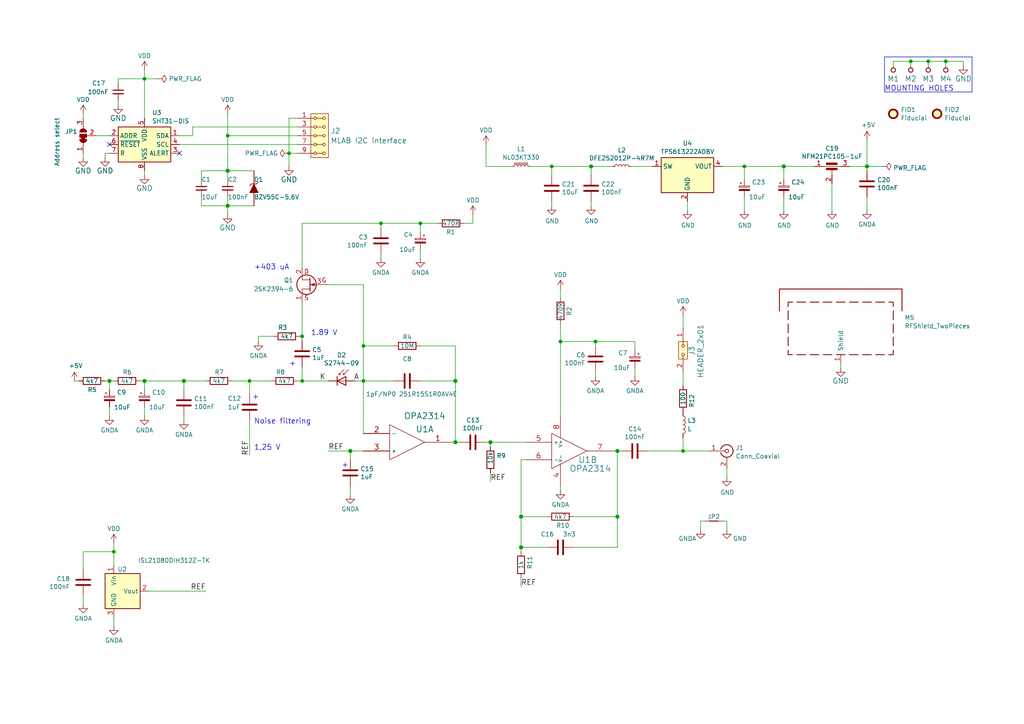
<source format=kicad_sch>
(kicad_sch (version 20230121) (generator eeschema)
  (paper "A4")
  (title_block (title "PIND02A") (date "%d. %m. %Y") (rev "A") (company "kaklik@mlab.cz") (comment 1 "PIN diode semiconductor radiation \\ndetector analogue front-end. "))
  (lib_symbols
    (symbol "AD8692_1"
      (property "Reference" "U1" (at 8.89 -2.54 0))
      (property "Value" "AD8692_1" (at 8.89 -5.08 0))
      (symbol "AD8692_1_1_1"
        (pin output line (at 12.7 0 180) (length 7.62) (name "~") (number "1"))
        (pin input line (at -12.7 -2.54 0) (length 7.62) (name "-") (number "2"))
        (pin input line (at -12.7 2.54 0) (length 7.62) (name "+") (number "3"))
      )
      (symbol "AD8692_1_2_1"
        (pin power_in line (at -2.54 -10.16 90) (length 6.35) (name "V-") (number "4"))
        (pin input line (at -12.7 2.54 0) (length 7.62) (name "+") (number "5"))
        (pin input line (at -12.7 -2.54 0) (length 7.62) (name "-") (number "6"))
        (pin output line (at 12.7 0 180) (length 7.62) (name "~") (number "7"))
        (pin power_in line (at -2.54 10.16 270) (length 6.35) (name "V+") (number "8"))
      )
    )
    (symbol "Connector:Conn_Coaxial" (pin_names (offset 1.016) hide)
      (property "Reference" "J" (at 0.254 3.048 0))
      (property "Value" "Conn_Coaxial" (at 2.921 0 90))
      (symbol "Conn_Coaxial_1_1"
        (pin passive line (at -5.08 0 0) (length 2.54) (name "In") (number "1"))
        (pin passive line (at 0 -5.08 90) (length 2.54) (name "Ext") (number "2"))
      )
    )
    (symbol "Device:C" (pin_numbers hide) (pin_names (offset 0.254))
      (property "Reference" "C" (at 0.635 2.54 0))
      (property "Value" "C" (at 0.635 -2.54 0))
      (symbol "C_1_1"
        (pin passive line (at 0 3.81 270) (length 2.794) (name "~") (number "1"))
        (pin passive line (at 0 -3.81 90) (length 2.794) (name "~") (number "2"))
      )
    )
    (symbol "Device:C_Polarized_Small" (pin_numbers hide) (pin_names (offset 0.254) hide)
      (property "Reference" "C" (at 0.254 1.778 0))
      (property "Value" "C_Polarized_Small" (at 0.254 -2.032 0))
      (symbol "C_Polarized_Small_1_1"
        (pin passive line (at 0 2.54 270) (length 1.8542) (name "~") (number "1"))
        (pin passive line (at 0 -2.54 90) (length 1.8542) (name "~") (number "2"))
      )
    )
    (symbol "Device:D_Photo" (pin_numbers hide) (pin_names hide)
      (property "Reference" "D" (at 0.508 1.778 0))
      (property "Value" "D_Photo" (at -1.016 -2.794 0))
      (symbol "D_Photo_1_1"
        (pin passive line (at -5.08 0 0) (length 2.54) (name "K") (number "1"))
        (pin passive line (at 2.54 0 180) (length 2.54) (name "A") (number "2"))
      )
    )
    (symbol "Device:L" (pin_numbers hide) (pin_names (offset 1.016) hide)
      (property "Reference" "L" (at -1.27 0 90))
      (property "Value" "L" (at 1.905 0 90))
      (symbol "L_1_1"
        (pin passive line (at 0 3.81 270) (length 1.27) (name "1") (number "1"))
        (pin passive line (at 0 -3.81 90) (length 1.27) (name "2") (number "2"))
      )
    )
    (symbol "Device:L_Ferrite_Small" (pin_numbers hide) (pin_names (offset 0.254) hide)
      (property "Reference" "L" (at 1.27 1.016 0))
      (property "Value" "L_Ferrite_Small" (at 1.27 -1.27 0))
      (symbol "L_Ferrite_Small_1_1"
        (pin passive line (at 0 2.54 270) (length 0.508) (name "~") (number "1"))
        (pin passive line (at 0 -2.54 90) (length 0.508) (name "~") (number "2"))
      )
    )
    (symbol "Device:L_Small" (pin_numbers hide) (pin_names (offset 0.254) hide)
      (property "Reference" "L" (at 0.762 1.016 0))
      (property "Value" "L_Small" (at 0.762 -1.016 0))
      (symbol "L_Small_1_1"
        (pin passive line (at 0 2.54 270) (length 0.508) (name "~") (number "1"))
        (pin passive line (at 0 -2.54 90) (length 0.508) (name "~") (number "2"))
      )
    )
    (symbol "Device:NetTie_2" (pin_numbers hide) (pin_names (offset 0) hide) (in_bom no)
      (property "Reference" "NT" (at 0 1.27 0))
      (property "Value" "NetTie_2" (at 0 -1.27 0))
      (symbol "NetTie_2_1_1"
        (pin passive line (at -2.54 0 0) (length 2.54) (name "1") (number "1"))
        (pin passive line (at 2.54 0 180) (length 2.54) (name "2") (number "2"))
      )
    )
    (symbol "Device:R" (pin_numbers hide) (pin_names (offset 0))
      (property "Reference" "R" (at 2.032 0 90))
      (property "Value" "R" (at 0 0 90))
      (symbol "R_1_1"
        (pin passive line (at 0 3.81 270) (length 1.27) (name "~") (number "1"))
        (pin passive line (at 0 -3.81 90) (length 1.27) (name "~") (number "2"))
      )
    )
    (symbol "Device:RFShield_TwoPieces" (pin_names (offset 1.016))
      (property "Reference" "J" (at 0 5.08 0))
      (property "Value" "RFShield_TwoPieces" (at 0 2.54 0))
      (symbol "RFShield_TwoPieces_1_1"
        (pin passive line (at 0 -10.16 90) (length 2.54) (name "Shield") (number "1"))
      )
    )
    (symbol "ISM02A-rescue:C_Small-Device-ISM02A-rescue" (pin_numbers hide) (pin_names (offset 0.254) hide)
      (property "Reference" "C" (at 0.254 1.778 0))
      (property "Value" "C_Small-Device-ISM02A-rescue" (at 0.254 -2.032 0))
      (symbol "C_Small-Device-ISM02A-rescue_1_1"
        (pin passive line (at 0 2.54 270) (length 2.032) (name "~") (number "1"))
        (pin passive line (at 0 -2.54 90) (length 2.032) (name "~") (number "2"))
      )
    )
    (symbol "ISM02A-rescue:D_ZENER-MLAB_D" (pin_numbers hide) (pin_names (offset 1.016) hide)
      (property "Reference" "D" (at 0 2.54 0))
      (property "Value" "D_ZENER-MLAB_D" (at 0 -2.54 0))
      (symbol "D_ZENER-MLAB_D_1_1"
        (pin passive line (at -5.08 0 0) (length 3.81) (name "K") (number "1"))
        (pin passive line (at 5.08 0 180) (length 3.81) (name "A") (number "2"))
      )
    )
    (symbol "Jumper:SolderJumper_3_Bridged12" (pin_names (offset 0) hide)
      (property "Reference" "JP" (at -2.54 -2.54 0))
      (property "Value" "SolderJumper_3_Bridged12" (at 0 2.794 0))
      (symbol "SolderJumper_3_Bridged12_1_1"
        (pin passive line (at -5.08 0 0) (length 2.54) (name "A") (number "1"))
        (pin passive line (at 0 -3.81 90) (length 2.54) (name "C") (number "2"))
        (pin passive line (at 5.08 0 180) (length 2.54) (name "B") (number "3"))
      )
    )
    (symbol "MLAB_HEADER:HEADER_2x01" (pin_names (offset 1.016))
      (property "Reference" "J" (at 0 -2.54 0))
      (property "Value" "HEADER_2x01" (at 0 2.54 0))
      (symbol "HEADER_2x01_1_1"
        (pin input line (at -6.35 0 0) (length 3.81) (name "~") (number "1"))
        (pin input line (at 6.35 0 180) (length 3.81) (name "~") (number "2"))
      )
    )
    (symbol "MLAB_HEADER:HEADER_2x05_PARALLEL" (pin_names (offset 1.016))
      (property "Reference" "J" (at 0 -7.62 0))
      (property "Value" "HEADER_2x05_PARALLEL" (at 0 7.62 0))
      (symbol "HEADER_2x05_PARALLEL_1_1"
        (pin input line (at -6.35 5.08 0) (length 3.81) (name "~") (number "1"))
        (pin input line (at -6.35 -5.08 0) (length 3.81) hide (name "~") (number "10"))
        (pin input line (at -6.35 5.08 0) (length 3.81) hide (name "~") (number "2"))
        (pin input line (at -6.35 2.54 0) (length 3.81) (name "~") (number "3"))
        (pin input line (at -6.35 2.54 0) (length 3.81) hide (name "~") (number "4"))
        (pin input line (at -6.35 0 0) (length 3.81) (name "~") (number "5"))
        (pin input line (at -6.35 0 0) (length 3.81) hide (name "~") (number "6"))
        (pin input line (at -6.35 -2.54 0) (length 3.81) (name "~") (number "7"))
        (pin input line (at -6.35 -2.54 0) (length 3.81) hide (name "~") (number "8"))
        (pin input line (at -6.35 -5.08 0) (length 3.81) (name "~") (number "9"))
      )
    )
    (symbol "MLAB_IO:AD8692"
      (property "Reference" "U1" (at 8.89 -2.54 0))
      (property "Value" "AD8692" (at 8.89 -5.08 0))
      (symbol "AD8692_1_1"
        (pin output line (at 12.7 0 180) (length 7.62) (name "~") (number "1"))
        (pin input line (at -12.7 -2.54 0) (length 7.62) (name "-") (number "2"))
        (pin input line (at -12.7 2.54 0) (length 7.62) (name "+") (number "3"))
      )
      (symbol "AD8692_2_1"
        (pin power_in line (at -2.54 -10.16 90) (length 6.35) (name "V-") (number "4"))
        (pin input line (at -12.7 2.54 0) (length 7.62) (name "+") (number "5"))
        (pin input line (at -12.7 -2.54 0) (length 7.62) (name "-") (number "6"))
        (pin output line (at 12.7 0 180) (length 7.62) (name "~") (number "7"))
        (pin power_in line (at -2.54 10.16 270) (length 6.35) (name "V+") (number "8"))
      )
    )
    (symbol "MLAB_T:Q_NJFET_SDG" (pin_names (offset 0) hide)
      (property "Reference" "Q?" (at 5.08 1.2701 0))
      (property "Value" "Q_NJFET_SDG" (at 5.08 -1.2699 0))
      (symbol "Q_NJFET_SDG_0_0"
        (text "D" (at 1.27 3.81 0) (effects (font (size 1.27 1.27))))
        (text "G" (at -3.81 1.27 0) (effects (font (size 1.27 1.27))))
        (text "S" (at 1.27 -3.81 0) (effects (font (size 1.27 1.27))))
      )
      (symbol "Q_NJFET_SDG_1_1"
        (pin passive line (at 2.54 -5.08 90) (length 2.54) (name "S") (number "1"))
        (pin passive line (at 2.54 5.08 270) (length 2.54) (name "D") (number "2"))
        (pin input line (at -5.08 0 0) (length 5.334) (name "G") (number "3"))
      )
    )
    (symbol "Mechanical:Fiducial"
      (property "Reference" "FID" (at 0 5.08 0))
      (property "Value" "Fiducial" (at 0 3.175 0))
    )
    (symbol "Reference_Voltage:ISL21070CIH320Z-TK"
      (property "Reference" "U" (at -0.635 8.255 0))
      (property "Value" "ISL21070CIH320Z-TK" (at -1.905 6.35 0))
      (symbol "ISL21070CIH320Z-TK_1_1"
        (pin power_in line (at -2.54 7.62 270) (length 2.54) (name "Vin") (number "1"))
        (pin power_out line (at 7.62 0 180) (length 2.54) (name "Vout") (number "2"))
        (pin power_in line (at -2.54 -7.62 90) (length 2.54) (name "GND") (number "3"))
      )
    )
    (symbol "Regulator_Switching:TPS613222ADBV"
      (property "Reference" "U" (at -7.62 6.35 0))
      (property "Value" "TPS613222ADBV" (at 2.54 6.35 0))
      (symbol "TPS613222ADBV_1_1"
        (pin power_in line (at -10.16 2.54 0) (length 2.54) (name "SW") (number "1"))
        (pin power_in line (at 0 -7.62 90) (length 2.54) (name "GND") (number "2"))
        (pin no_connect line (at -7.62 -2.54 0) (length 2.54) hide (name "NC") (number "3"))
        (pin power_out line (at 10.16 2.54 180) (length 2.54) (name "VOUT") (number "4"))
        (pin no_connect line (at 7.62 -2.54 180) (length 2.54) hide (name "NC") (number "5"))
      )
    )
    (symbol "SPACEDOS01A_PCB01A-rescue:C-device-DATALOGGER01A-rescue-CCP2019V01A-rescue" (pin_numbers hide) (pin_names (offset 0.254))
      (property "Reference" "C" (at 0.635 2.54 0))
      (property "Value" "C-device-DATALOGGER01A-rescue-CCP2019V01A-rescue" (at 0.635 -2.54 0))
      (symbol "C-device-DATALOGGER01A-rescue-CCP2019V01A-rescue_1_1"
        (pin passive line (at 0 3.81 270) (length 2.794) (name "~") (number "1"))
        (pin passive line (at 0 -3.81 90) (length 2.794) (name "~") (number "2"))
      )
    )
    (symbol "SPACEDOS01A_PCB01A-rescue:EMI_Filter_C-device-DATALOGGER01A-rescue-CCP2019V01A-rescue" (pin_names (offset 0.254) hide)
      (property "Reference" "C" (at 0 7.62 0))
      (property "Value" "EMI_Filter_C-device-DATALOGGER01A-rescue-CCP2019V01A-rescue" (at 0 5.715 0))
      (symbol "EMI_Filter_C-device-DATALOGGER01A-rescue-CCP2019V01A-rescue_1_1"
        (pin passive line (at -5.08 2.54 0) (length 2.54) (name "1") (number "1"))
        (pin passive line (at 0 -2.54 90) (length 2.54) (name "2") (number "2"))
        (pin passive line (at 5.08 2.54 180) (length 2.54) (name "3") (number "3"))
      )
    )
    (symbol "Sensor_Humidity:SHT31-DIS"
      (property "Reference" "U" (at -6.35 6.35 0))
      (property "Value" "SHT31-DIS" (at 6.35 6.35 0))
      (symbol "SHT31-DIS_1_1"
        (pin bidirectional line (at 10.16 2.54 180) (length 2.54) (name "SDA") (number "1"))
        (pin input line (at -10.16 2.54 0) (length 2.54) (name "ADDR") (number "2"))
        (pin output line (at 10.16 -2.54 180) (length 2.54) (name "ALERT") (number "3"))
        (pin input line (at 10.16 0 180) (length 2.54) (name "SCL") (number "4"))
        (pin power_in line (at 0 7.62 270) (length 2.54) (name "VDD") (number "5"))
        (pin input line (at -10.16 0 0) (length 2.54) (name "~{RESET}") (number "6"))
        (pin passive line (at -10.16 -2.54 0) (length 2.54) (name "R") (number "7"))
        (pin power_in line (at 0 -7.62 90) (length 2.54) (name "VSS") (number "8"))
        (pin passive line (at 0 -7.62 90) (length 2.54) hide (name "VSS") (number "9"))
      )
    )
    (symbol "mlab-default-rescue:GND" (power) (pin_names (offset 0))
      (property "Value" "GND" (at 0 -3.81 0))
      (symbol "GND_1_1"
        (pin power_in line (at 0 0 270) (length 0) hide (name "GND") (number "1"))
      )
    )
    (symbol "mlab-default-rescue:HOLE" (pin_numbers hide) (pin_names (offset 1.016) hide)
      (property "Reference" "M" (at 0 2.54 0))
      (property "Value" "HOLE" (at 0 -2.54 0))
      (symbol "HOLE_1_1"
        (pin input line (at 1.27 0 180) (length 0.635) (name "~") (number "1"))
      )
    )
    (symbol "power:+5V" (power) (pin_names (offset 0))
      (property "Value" "+5V" (at 0 3.556 0))
      (symbol "+5V_1_1"
        (pin power_in line (at 0 0 90) (length 0) hide (name "+5V") (number "1"))
      )
    )
    (symbol "power:GND" (power) (pin_names (offset 0))
      (property "Value" "GND" (at 0 -3.81 0))
      (symbol "GND_1_1"
        (pin power_in line (at 0 0 270) (length 0) hide (name "GND") (number "1"))
      )
    )
    (symbol "power:GNDA" (power) (pin_names (offset 0))
      (property "Value" "GNDA" (at 0 -3.81 0))
      (symbol "GNDA_1_1"
        (pin power_in line (at 0 0 270) (length 0) hide (name "GNDA") (number "1"))
      )
    )
    (symbol "power:PWR_FLAG" (power) (pin_numbers hide) (pin_names (offset 0) hide)
      (property "Value" "PWR_FLAG" (at 0 3.81 0))
      (symbol "PWR_FLAG_0_0"
        (pin power_out line (at 0 0 90) (length 0) (name "pwr") (number "1"))
      )
    )
    (symbol "power:VDD" (power) (pin_names (offset 0))
      (property "Value" "VDD" (at 0 3.81 0))
      (symbol "VDD_1_1"
        (pin power_in line (at 0 0 90) (length 0) hide (name "VDD") (number "1"))
      )
    )
  )
  (junction (at 66.04 49.53) (diameter 1.016))
  (junction (at 66.04 39.37))
  (junction (at 151.13 149.86) (diameter 1.016))
  (junction (at 87.63 97.536))
  (junction (at 160.02 48.26))
  (junction (at 227.33 48.26) (diameter 1.016))
  (junction (at 179.07 130.81) (diameter 1.016))
  (junction (at 53.34 110.49) (diameter 1.016))
  (junction (at 72.39 110.49))
  (junction (at 251.46 48.26) (diameter 1.016))
  (junction (at 33.02 160.02))
  (junction (at 274.32 17.78))
  (junction (at 105.41 100.33))
  (junction (at 171.45 48.26) (diameter 1.016))
  (junction (at 198.12 130.81))
  (junction (at 142.24 128.27) (diameter 1.016))
  (junction (at 31.75 110.49) (diameter 1.016))
  (junction (at 101.6 130.81) (diameter 1.016))
  (junction (at 132.08 110.49) (diameter 1.016))
  (junction (at 269.24 17.78))
  (junction (at 162.56 99.06))
  (junction (at 179.07 149.86) (diameter 1.016))
  (junction (at 41.91 22.86))
  (junction (at 83.82 44.45))
  (junction (at 132.08 128.27) (diameter 1.016))
  (junction (at 264.16 17.78))
  (junction (at 110.49 64.77))
  (junction (at 215.9 48.26))
  (junction (at 105.41 110.49))
  (junction (at 172.72 99.06))
  (junction (at 87.63 110.49))
  (junction (at 66.04 59.69) (diameter 1.016))
  (junction (at 121.92 64.77))
  (junction (at 151.13 158.75) (diameter 1.016))
  (junction (at 41.91 110.49) (diameter 1.016))
  (no_connect (at 52.07 44.45))
  (no_connect (at 31.75 41.91))
  (wire (pts (xy 264.16 19.05) (xy 264.16 17.78)))
  (wire (pts (xy 52.07 41.91) (xy 86.36 41.91)))
  (wire (pts (xy 172.72 109.22) (xy 172.72 107.95)))
  (wire (pts (xy 86.36 34.29) (xy 83.82 34.29)))
  (wire (pts (xy 105.41 100.33) (xy 105.41 110.49)))
  (wire (pts (xy 53.34 110.49) (xy 59.69 110.49)))
  (wire (pts (xy 41.91 113.03) (xy 41.91 110.49)))
  (wire (pts (xy 269.24 19.05) (xy 269.24 17.78)))
  (wire (pts (xy 33.02 157.48) (xy 33.02 160.02)))
  (wire (pts (xy 114.3 100.33) (xy 105.41 100.33)))
  (wire (pts (xy 41.91 49.53) (xy 41.91 50.8)))
  (wire (pts (xy 279.4 17.78) (xy 274.32 17.78)))
  (wire (pts (xy 243.84 106.68) (xy 243.84 105.41)))
  (wire (pts (xy 24.13 165.1) (xy 24.13 160.02)))
  (wire (pts (xy 160.02 59.69) (xy 160.02 58.42)))
  (wire (pts (xy 24.13 44.45) (xy 24.13 45.72)))
  (wire (pts (xy 158.75 158.75) (xy 151.13 158.75)))
  (wire (pts (xy 160.02 48.26) (xy 160.02 50.8)))
  (wire (pts (xy 140.97 41.91) (xy 140.97 48.26)))
  (wire (pts (xy 55.88 36.83) (xy 86.36 36.83)))
  (wire (pts (xy 67.31 110.49) (xy 72.39 110.49)))
  (wire (pts (xy 41.91 22.86) (xy 41.91 34.29)))
  (wire (pts (xy 215.9 48.26) (xy 227.33 48.26)))
  (wire (pts (xy 66.04 59.69) (xy 66.04 62.23)))
  (wire (pts (xy 179.07 149.86) (xy 166.37 149.86)))
  (wire (pts (xy 121.92 64.77) (xy 121.92 67.31)))
  (wire (pts (xy 86.36 110.49) (xy 87.63 110.49)))
  (wire (pts (xy 55.88 36.83) (xy 55.88 39.37)))
  (wire (pts (xy 87.63 97.536) (xy 87.63 98.806)))
  (wire (pts (xy 101.6 143.51) (xy 101.6 140.97)))
  (wire (pts (xy 137.16 62.23) (xy 137.16 64.77)))
  (wire (pts (xy 279.4 19.05) (xy 279.4 17.78)))
  (wire (pts (xy 177.8 130.81) (xy 179.07 130.81)))
  (wire (pts (xy 142.24 137.16) (xy 142.24 139.7)))
  (wire (pts (xy 210.82 135.89) (xy 210.82 138.43)))
  (wire (pts (xy 86.995 97.536) (xy 87.63 97.536)))
  (wire (pts (xy 41.91 22.86) (xy 45.72 22.86)))
  (wire (pts (xy 198.12 130.81) (xy 205.74 130.81)))
  (wire (pts (xy 241.3 53.34) (xy 241.3 60.96)))
  (wire (pts (xy 152.4 133.35) (xy 151.13 133.35)))
  (wire (pts (xy 66.04 33.02) (xy 66.04 39.37)))
  (wire (pts (xy 227.33 48.26) (xy 227.33 52.07)))
  (wire (pts (xy 121.92 72.39) (xy 121.92 74.93)))
  (wire (pts (xy 33.02 160.02) (xy 33.02 163.83)))
  (wire (pts (xy 95.25 130.81) (xy 101.6 130.81)))
  (wire (pts (xy 184.15 99.06) (xy 172.72 99.06)))
  (wire (pts (xy 269.24 17.78) (xy 264.16 17.78)))
  (wire (pts (xy 102.87 110.49) (xy 105.41 110.49)))
  (wire (pts (xy 72.39 110.49) (xy 78.74 110.49)))
  (wire (pts (xy 53.34 121.92) (xy 53.34 120.65)))
  (wire (pts (xy 215.9 57.15) (xy 215.9 60.96)))
  (polyline (pts (xy 281.94 16.51) (xy 281.94 26.67)))
  (wire (pts (xy 203.2 151.13) (xy 203.2 153.67)))
  (wire (pts (xy 274.32 19.05) (xy 274.32 17.78)))
  (wire (pts (xy 251.46 48.26) (xy 251.46 49.53)))
  (wire (pts (xy 101.6 130.81) (xy 105.41 130.81)))
  (wire (pts (xy 83.82 34.29) (xy 83.82 44.45)))
  (wire (pts (xy 72.39 121.92) (xy 72.39 132.08)))
  (wire (pts (xy 132.08 128.27) (xy 133.35 128.27)))
  (wire (pts (xy 21.59 110.49) (xy 22.86 110.49)))
  (wire (pts (xy 162.56 142.24) (xy 162.56 140.97)))
  (wire (pts (xy 142.24 129.54) (xy 142.24 128.27)))
  (wire (pts (xy 86.36 39.37) (xy 66.04 39.37)))
  (wire (pts (xy 74.93 97.536) (xy 74.93 99.06)))
  (wire (pts (xy 171.45 48.26) (xy 177.8 48.26)))
  (wire (pts (xy 140.97 128.27) (xy 142.24 128.27)))
  (wire (pts (xy 132.08 128.27) (xy 130.81 128.27)))
  (wire (pts (xy 58.42 49.53) (xy 58.42 52.07)))
  (wire (pts (xy 66.04 49.53) (xy 58.42 49.53)))
  (wire (pts (xy 137.16 64.77) (xy 134.62 64.77)))
  (polyline (pts (xy 281.94 26.67) (xy 256.54 26.67)))
  (wire (pts (xy 41.91 118.11) (xy 41.91 120.65)))
  (wire (pts (xy 162.56 83.82) (xy 162.56 86.36)))
  (wire (pts (xy 179.07 130.81) (xy 179.07 149.86)))
  (wire (pts (xy 215.9 48.26) (xy 215.9 52.07)))
  (wire (pts (xy 101.6 133.35) (xy 101.6 130.81)))
  (wire (pts (xy 140.97 48.26) (xy 148.59 48.26)))
  (wire (pts (xy 52.07 39.37) (xy 55.88 39.37)))
  (wire (pts (xy 184.15 99.06) (xy 184.15 101.6)))
  (wire (pts (xy 127 64.77) (xy 121.92 64.77)))
  (wire (pts (xy 87.63 106.426) (xy 87.63 110.49)))
  (wire (pts (xy 31.75 113.03) (xy 31.75 110.49)))
  (wire (pts (xy 31.75 44.45) (xy 30.48 44.45)))
  (wire (pts (xy 30.48 44.45) (xy 30.48 45.72)))
  (wire (pts (xy 179.07 158.75) (xy 179.07 149.86)))
  (wire (pts (xy 151.13 133.35) (xy 151.13 149.86)))
  (wire (pts (xy 73.66 49.53) (xy 66.04 49.53)))
  (wire (pts (xy 187.96 130.81) (xy 198.12 130.81)))
  (wire (pts (xy 151.13 149.86) (xy 151.13 158.75)))
  (wire (pts (xy 259.08 17.78) (xy 259.08 19.05)))
  (wire (pts (xy 87.63 64.77) (xy 110.49 64.77)))
  (wire (pts (xy 166.37 158.75) (xy 179.07 158.75)))
  (wire (pts (xy 41.91 22.86) (xy 41.91 20.32)))
  (wire (pts (xy 179.07 130.81) (xy 180.34 130.81)))
  (wire (pts (xy 66.04 39.37) (xy 66.04 49.53)))
  (wire (pts (xy 33.02 179.07) (xy 33.02 181.61)))
  (wire (pts (xy 209.55 48.26) (xy 215.9 48.26)))
  (wire (pts (xy 31.75 110.49) (xy 33.02 110.49)))
  (wire (pts (xy 43.18 171.45) (xy 59.69 171.45)))
  (wire (pts (xy 72.39 114.3) (xy 72.39 110.49)))
  (wire (pts (xy 227.33 57.15) (xy 227.33 60.96)))
  (wire (pts (xy 86.36 44.45) (xy 83.82 44.45)))
  (wire (pts (xy 158.75 149.86) (xy 151.13 149.86)))
  (wire (pts (xy 24.13 172.72) (xy 24.13 175.26)))
  (polyline (pts (xy 256.54 26.67) (xy 256.54 16.51)))
  (wire (pts (xy 162.56 93.98) (xy 162.56 99.06)))
  (wire (pts (xy 24.13 160.02) (xy 33.02 160.02)))
  (wire (pts (xy 31.75 118.11) (xy 31.75 120.65)))
  (wire (pts (xy 87.63 64.77) (xy 87.63 77.47)))
  (wire (pts (xy 58.42 57.15) (xy 58.42 59.69)))
  (wire (pts (xy 199.39 58.42) (xy 199.39 60.96)))
  (wire (pts (xy 246.38 48.26) (xy 251.46 48.26)))
  (wire (pts (xy 83.82 44.45) (xy 83.82 48.26)))
  (wire (pts (xy 34.29 24.13) (xy 34.29 22.86)))
  (wire (pts (xy 198.12 127) (xy 198.12 130.81)))
  (wire (pts (xy 110.49 74.93) (xy 110.49 73.66)))
  (wire (pts (xy 66.04 49.53) (xy 66.04 52.07)))
  (wire (pts (xy 66.04 57.15) (xy 66.04 59.69)))
  (wire (pts (xy 66.04 59.69) (xy 58.42 59.69)))
  (wire (pts (xy 274.32 17.78) (xy 269.24 17.78)))
  (wire (pts (xy 171.45 58.42) (xy 171.45 59.69)))
  (wire (pts (xy 151.13 158.75) (xy 151.13 160.02)))
  (wire (pts (xy 105.41 82.55) (xy 105.41 100.33)))
  (wire (pts (xy 172.72 100.33) (xy 172.72 99.06)))
  (wire (pts (xy 198.12 107.95) (xy 198.12 111.76)))
  (wire (pts (xy 153.67 48.26) (xy 160.02 48.26)))
  (wire (pts (xy 34.29 22.86) (xy 41.91 22.86)))
  (wire (pts (xy 251.46 48.26) (xy 255.905 48.26)))
  (wire (pts (xy 105.41 110.49) (xy 105.41 125.73)))
  (wire (pts (xy 110.49 66.04) (xy 110.49 64.77)))
  (wire (pts (xy 162.56 99.06) (xy 162.56 120.65)))
  (wire (pts (xy 66.04 59.69) (xy 73.66 59.69)))
  (wire (pts (xy 132.08 100.33) (xy 132.08 110.49)))
  (wire (pts (xy 110.49 64.77) (xy 121.92 64.77)))
  (polyline (pts (xy 256.54 16.51) (xy 281.94 16.51)))
  (wire (pts (xy 204.47 151.13) (xy 203.2 151.13)))
  (wire (pts (xy 132.08 110.49) (xy 132.08 128.27)))
  (wire (pts (xy 264.16 17.78) (xy 259.08 17.78)))
  (wire (pts (xy 142.24 128.27) (xy 152.4 128.27)))
  (wire (pts (xy 227.33 48.26) (xy 236.22 48.26)))
  (wire (pts (xy 160.02 48.26) (xy 171.45 48.26)))
  (wire (pts (xy 87.63 110.49) (xy 95.25 110.49)))
  (wire (pts (xy 171.45 48.26) (xy 171.45 50.8)))
  (wire (pts (xy 121.92 110.49) (xy 132.08 110.49)))
  (wire (pts (xy 251.46 40.64) (xy 251.46 48.26)))
  (wire (pts (xy 40.64 110.49) (xy 41.91 110.49)))
  (wire (pts (xy 95.25 82.55) (xy 105.41 82.55)))
  (wire (pts (xy 198.12 91.44) (xy 198.12 95.25)))
  (wire (pts (xy 210.82 151.13) (xy 209.55 151.13)))
  (wire (pts (xy 105.41 110.49) (xy 114.3 110.49)))
  (wire (pts (xy 87.63 87.63) (xy 87.63 97.536)))
  (wire (pts (xy 251.46 57.15) (xy 251.46 60.96)))
  (wire (pts (xy 162.56 99.06) (xy 172.72 99.06)))
  (wire (pts (xy 121.92 100.33) (xy 132.08 100.33)))
  (wire (pts (xy 53.34 113.03) (xy 53.34 110.49)))
  (wire (pts (xy 41.91 110.49) (xy 53.34 110.49)))
  (wire (pts (xy 182.88 48.26) (xy 189.23 48.26)))
  (wire (pts (xy 24.13 33.02) (xy 24.13 34.29)))
  (wire (pts (xy 74.93 97.536) (xy 79.375 97.536)))
  (wire (pts (xy 27.94 39.37) (xy 31.75 39.37)))
  (wire (pts (xy 210.82 153.67) (xy 210.82 151.13)))
  (wire (pts (xy 30.48 110.49) (xy 31.75 110.49)))
  (wire (pts (xy 184.15 106.68) (xy 184.15 109.22)))
  (wire (pts (xy 151.13 167.64) (xy 151.13 170.18)))
  (wire (pts (xy 34.29 29.21) (xy 34.29 30.48)))
  (text "+403 uA" (at 73.66 78.486 0) (effects (font (size 1.524 1.524)) (justify left bottom)))
  (text "MOUNTING HOLES" (at 256.54 26.67 0) (effects (font (size 1.524 1.524)) (justify left bottom)))
  (text "+" (at 83.82 106.426 0) (effects (font (size 1.524 1.524)) (justify left bottom)))
  (text "1,25 V" (at 73.66 130.81 0) (effects (font (size 1.524 1.524)) (justify left bottom)))
  (text "+" (at 99.06 135.89 0) (effects (font (size 1.524 1.524)) (justify left bottom)))
  (text "1.89 V" (at 90.17 97.536 0) (effects (font (size 1.524 1.524)) (justify left bottom)))
  (text "+" (at 74.93 114.3 90) (effects (font (size 1.524 1.524)) (justify right bottom)))
  (text "Noise filtering" (at 73.66 123.19 0) (effects (font (size 1.524 1.524)) (justify left bottom)))
  (label "A" (at 104.14 110.49 180) (effects (font (size 1.524 1.524))))
  (label "REF" (at 95.25 130.81 0) (effects (font (size 1.524 1.524))))
  (label "REF" (at 142.24 139.7 0) (effects (font (size 1.524 1.524))))
  (label "REF" (at 59.69 171.45 180) (effects (font (size 1.524 1.524))))
  (label "REF" (at 151.13 170.18 0) (effects (font (size 1.524 1.524))))
  (label "K" (at 92.71 110.49 0) (effects (font (size 1.524 1.524))))
  (label "REF" (at 72.39 132.08 90) (effects (font (size 1.524 1.524))))
  (symbol (lib_id "mlab-default-rescue:HOLE") (at 259.08 20.32 90) (unit 1)
    (property "Reference" "M1" (at 259.08 22.86 90) (effects (font (size 1.524 1.524))))
    (property "Value" "HOLE M3" (effects hide))
    (property "Footprint" "Mlab_Mechanical:MountingHole_3mm" (effects hide))
  )
  (symbol (lib_id "mlab-default-rescue:HOLE") (at 264.16 20.32 90) (unit 1)
    (property "Reference" "M2" (at 264.16 22.86 90) (effects (font (size 1.524 1.524))))
    (property "Value" "HOLE M3" (effects hide))
    (property "Footprint" "Mlab_Mechanical:MountingHole_3mm" (effects hide))
  )
  (symbol (lib_id "mlab-default-rescue:HOLE") (at 269.24 20.32 90) (unit 1)
    (property "Reference" "M3" (at 269.24 22.86 90) (effects (font (size 1.524 1.524))))
    (property "Value" "HOLE" (effects hide))
    (property "Footprint" "Mlab_Mechanical:MountingHole_3mm" (effects hide))
  )
  (symbol (lib_id "mlab-default-rescue:HOLE") (at 274.32 20.32 90) (unit 1)
    (property "Reference" "M4" (at 274.32 22.86 90) (effects (font (size 1.524 1.524))))
    (property "Value" "HOLE" (effects hide))
    (property "Footprint" "Mlab_Mechanical:MountingHole_3mm" (effects hide))
  )
  (symbol (lib_id "mlab-default-rescue:GND") (at 279.4 19.05 0) (unit 1)
    (property "Reference" "#PWR03" (effects hide))
    (property "Value" "GND" (at 279.4 22.86 0) (effects (font (size 1.524 1.524))))
  )
  (symbol (lib_id "power:PWR_FLAG") (at 83.82 44.45 90) (unit 1)
    (property "Reference" "#FLG03" (effects hide))
    (property "Value" "PWR_FLAG" (at 80.6451 44.45 90) (effects (justify left)))
  )
  (symbol (lib_id "power:VDD") (at 41.91 20.32 0) (unit 1)
    (property "Reference" "#PWR020" (effects hide))
    (property "Value" "VDD" (at 41.91 16.1869 0))
  )
  (symbol (lib_id "power:GND") (at 210.82 138.43 0) (unit 1)
    (property "Reference" "#PWR027" (effects hide))
    (property "Value" "GND" (at 210.947 142.8242 0))
  )
  (symbol (lib_id "power:GNDA") (at 24.13 175.26 0) (unit 1)
    (property "Reference" "#PWR024" (effects hide))
    (property "Value" "GNDA" (at 24.13 179.3931 0))
  )
  (symbol (lib_id "Device:RFShield_TwoPieces") (at 243.84 95.25 0) (unit 1)
    (property "Reference" "M5" (at 262.382 92.1329 0) (effects (justify left)))
    (property "Value" "RFShield_TwoPieces" (at 262.382 94.5571 0) (effects (justify left)))
    (property "Footprint" "RF_Shielding:Laird_Technologies_BMI-S-204-F_32.00x32.00mm" (effects hide))
    (property "UST_ID" "5c72751c1287500b4e11301a" (effects hide))
    (property "UST_ID2" "5c7275631287500b4e11302f" (effects hide))
  )
  (symbol (lib_id "Device:R") (at 26.67 110.49 270) (unit 1)
    (property "Reference" "R5" (at 25.4 113.03 90) (effects (justify left)))
    (property "Value" "4k7" (at 26.67 110.49 90))
    (property "Footprint" "Resistor_SMD:R_0805_2012Metric" (effects hide))
    (property "UST_ID" "5c70984612875079b91f8995" (effects hide))
  )
  (symbol (lib_id "power:GND") (at 227.33 60.96 0) (unit 1)
    (property "Reference" "#PWR033" (effects hide))
    (property "Value" "GND" (at 227.457 65.3542 0))
  )
  (symbol (lib_id "power:GNDA") (at 41.91 120.65 0) (unit 1)
    (property "Reference" "#PWR040" (effects hide))
    (property "Value" "GNDA" (at 41.91 124.7831 0))
  )
  (symbol (lib_id "Sensor_Humidity:SHT31-DIS") (at 41.91 41.91 0) (unit 1)
    (property "Reference" "U3" (at 44.1041 32.6857 0) (effects (justify left)))
    (property "Value" "SHT31-DIS" (at 44.1041 35.1099 0) (effects (justify left)))
    (property "Footprint" "Sensor_Humidity:Sensirion_DFN-8-1EP_2.5x2.5mm_P0.5mm_EP1.1x1.7mm" (effects hide))
    (property "Datasheet" "https://sensirion.com/media/documents/213E6A3B/63A5A569/Datasheet_SHT3x_DIS.pdf" (effects hide))
  )
  (symbol (lib_id "power:VDD") (at 66.04 33.02 0) (unit 1)
    (property "Reference" "#PWR018" (effects hide))
    (property "Value" "VDD" (at 66.04 28.8869 0))
  )
  (symbol (lib_id "Device:R") (at 118.11 100.33 270) (unit 1)
    (property "Reference" "R4" (at 118.11 97.79 90))
    (property "Value" "10M" (at 118.11 100.33 90))
    (property "Footprint" "Resistor_SMD:R_0805_2012Metric" (effects hide))
    (property "UST_ID" "5c70984712875079b91f8aae" (effects hide))
  )
  (symbol (lib_id "power:GNDA") (at 110.49 74.93 0) (unit 1)
    (property "Reference" "#PWR01" (effects hide))
    (property "Value" "GNDA" (at 110.49 79.0631 0))
  )
  (symbol (lib_id "Jumper:SolderJumper_3_Bridged12") (at 24.13 39.37 90) (unit 1)
    (property "Reference" "JP1" (at 22.479 38.1579 90) (effects (justify left)))
    (property "Value" "Address select" (at 16.51 48.26 0) (effects (justify left)))
    (property "Footprint" "Jumper:SolderJumper-3_P1.3mm_Bridged12_RoundedPad1.0x1.5mm" (effects hide))
  )
  (symbol (lib_id "Device:C_Polarized_Small") (at 121.92 69.85 0) (mirror y) (unit 1)
    (property "Reference" "C4" (at 119.761 68.0918 0) (effects (justify left)))
    (property "Value" "10uF" (at 120.65 72.39 0) (effects (justify left)))
    (property "Footprint" "Capacitor_Tantalum_SMD:CP_EIA-3216-18_Kemet-A" (effects hide))
    (property "Datasheet" "https://eu.mouser.com/datasheet/2/40/TAJ-3165264.pdf" (effects hide))
    (property "UST_ID" "65089dd0462c6d9e720542b3" (effects hide))
  )
  (symbol (lib_id "Device:R") (at 198.12 115.57 0) (mirror x) (unit 1)
    (property "Reference" "R12" (at 200.66 114.3 90) (effects (justify left)))
    (property "Value" "100" (at 198.12 115.57 90))
    (property "Footprint" "Resistor_SMD:R_0805_2012Metric" (effects hide))
    (property "UST_ID" "5c70984512875079b91f8977" (effects hide))
  )
  (symbol (lib_id "power:VDD") (at 140.97 41.91 0) (unit 1)
    (property "Reference" "#PWR036" (effects hide))
    (property "Value" "VDD" (at 140.97 37.7769 0))
  )
  (symbol (lib_id "Device:C_Polarized_Small") (at 227.33 54.61 0) (unit 1)
    (property "Reference" "C24" (at 229.489 52.8518 0) (effects (justify left)))
    (property "Value" "10uF" (at 228.6 57.15 0) (effects (justify left)))
    (property "Footprint" "Capacitor_Tantalum_SMD:CP_EIA-3216-18_Kemet-A" (effects hide))
    (property "Datasheet" "https://eu.mouser.com/datasheet/2/40/TAJ-3165264.pdf" (effects hide))
    (property "UST_ID" "65089dd0462c6d9e720542b3" (effects hide))
  )
  (symbol (lib_id "Device:C") (at 172.72 104.14 0) (mirror y) (unit 1)
    (property "Reference" "C6" (at 169.799 102.9716 0) (effects (justify left)))
    (property "Value" "100nF" (at 169.799 105.283 0) (effects (justify left)))
    (property "Footprint" "Capacitor_SMD:C_0805_2012Metric" (effects hide))
    (property "UST_ID" "6508260b462c6d9e720541f1" (effects hide))
  )
  (symbol (lib_id "power:VDD") (at 198.12 91.44 0) (unit 1)
    (property "Reference" "#PWR037" (effects hide))
    (property "Value" "VDD" (at 198.12 87.3069 0))
  )
  (symbol (lib_id "ISM02A-rescue:C_Small-Device-ISM02A-rescue") (at 66.04 54.61 0) (unit 1)
    (property "Reference" "C2" (at 66.04 52.07 0) (effects (justify left)))
    (property "Value" "100nF" (at 66.04 57.15 0) (effects (justify left)))
    (property "Footprint" "Capacitor_SMD:C_0805_2012Metric" (effects hide))
    (property "UST_id" "C0805_100n" (effects hide))
    (property "UST_ID" "5c70984812875079b91f8bf2" (effects hide))
  )
  (symbol (lib_id "power:GNDA") (at 162.56 142.24 0) (unit 1)
    (property "Reference" "#PWR011" (effects hide))
    (property "Value" "GNDA" (at 162.56 146.3731 0))
  )
  (symbol (lib_id "Device:C_Polarized_Small") (at 41.91 115.57 0) (unit 1)
    (property "Reference" "C10" (at 44.069 113.8118 0) (effects (justify left)))
    (property "Value" "10uF" (at 43.18 118.11 0) (effects (justify left)))
    (property "Footprint" "Capacitor_Tantalum_SMD:CP_EIA-3216-18_Kemet-A" (effects hide))
    (property "Datasheet" "https://eu.mouser.com/datasheet/2/40/TAJ-3165264.pdf" (effects hide))
    (property "UST_ID" "65089dd0462c6d9e720542b3" (effects hide))
  )
  (symbol (lib_id "Device:C") (at 110.49 69.85 0) (mirror y) (unit 1)
    (property "Reference" "C3" (at 106.68 68.8086 0) (effects (justify left)))
    (property "Value" "100nF" (at 106.68 71.12 0) (effects (justify left)))
    (property "Footprint" "Capacitor_SMD:C_0805_2012Metric" (effects hide))
    (property "UST_ID" "6508260b462c6d9e720541f1" (effects hide))
  )
  (symbol (lib_id "Device:C") (at 160.02 54.61 0) (unit 1)
    (property "Reference" "C21" (at 162.941 53.4416 0) (effects (justify left)))
    (property "Value" "10uF" (at 162.941 55.753 0) (effects (justify left)))
    (property "Footprint" "Capacitor_SMD:C_0805_2012Metric" (effects hide))
    (property "UST_ID" "643f075476c82a1d3b576c19" (effects hide))
  )
  (symbol (lib_id "power:GNDA") (at 203.2 153.67 0) (unit 1)
    (property "Reference" "#PWR08" (effects hide))
    (property "Value" "GNDA" (at 199.39 156.21 0))
  )
  (symbol (lib_id "Device:R") (at 162.56 149.86 270) (unit 1)
    (property "Reference" "R10" (at 161.29 152.4 90) (effects (justify left)))
    (property "Value" "4k7" (at 162.56 149.86 90))
    (property "Footprint" "Resistor_SMD:R_0805_2012Metric" (effects hide))
    (property "UST_ID" "5c70984612875079b91f8995" (effects hide))
  )
  (symbol (lib_id "power:GNDA") (at 121.92 74.93 0) (unit 1)
    (property "Reference" "#PWR02" (effects hide))
    (property "Value" "GNDA" (at 121.92 79.0631 0))
  )
  (symbol (lib_id "Device:C") (at 162.56 158.75 270) (unit 1)
    (property "Reference" "C16" (at 158.75 154.94 90))
    (property "Value" "3n3" (at 165.1 154.94 90))
    (property "Footprint" "Capacitor_SMD:C_0805_2012Metric" (effects hide))
    (property "UST_ID" "6508354d462c6d9e7205425e" (effects hide))
  )
  (symbol (lib_id "ISM02A-rescue:C_Small-Device-ISM02A-rescue") (at 34.29 26.67 0) (unit 1)
    (property "Reference" "C17" (at 26.67 24.13 0) (effects (justify left)))
    (property "Value" "100nF" (at 25.4 26.67 0) (effects (justify left)))
    (property "Footprint" "Capacitor_SMD:C_0805_2012Metric" (effects hide))
    (property "UST_id" "C0805_100n" (effects hide))
    (property "UST_ID" "5c70984812875079b91f8bf2" (effects hide))
  )
  (symbol (lib_id "Device:C") (at 24.13 168.91 0) (mirror y) (unit 1)
    (property "Reference" "C18" (at 20.32 167.8686 0) (effects (justify left)))
    (property "Value" "100nF" (at 20.32 170.18 0) (effects (justify left)))
    (property "Footprint" "Capacitor_SMD:C_0805_2012Metric" (effects hide))
    (property "UST_ID" "5c70984812875079b91f8bf2" (effects hide))
  )
  (symbol (lib_id "Device:D_Photo") (at 100.33 110.49 0) (unit 1)
    (property "Reference" "D2" (at 99.06 102.997 0))
    (property "Value" "S2744-09" (at 99.06 105.3084 0))
    (property "Footprint" "Mlab_D:HAMAMATSU_S2744-09" (effects hide))
    (property "Datasheet" "https://www.hamamatsu.com/content/dam/hamamatsu-photonics/sites/documents/99_SALES_LIBRARY/ssd/s2744-08_etc_kpin1049e.pdf" (effects hide))
    (property "UST_ID" "628d118cdc56076e9a2235e4" (effects hide))
  )
  (symbol (lib_name "AD8692_1") (lib_id "MLAB_IO:AD8692") (at 118.11 128.27 0) (mirror x) (unit 1)
    (property "Reference" "U1" (at 123.19 124.46 0) (effects (font (size 1.778 1.778))))
    (property "Value" "OPA2314" (at 123.19 120.65 0) (effects (font (size 1.778 1.778))))
    (property "Footprint" "Package_SO:SOIC-8_3.9x4.9mm_P1.27mm" (effects hide))
    (property "Datasheet" "https://www.ti.com/lit/ds/symlink/opa2314.pdf" (effects hide))
    (property "UST_ID" "5c70984412875079b91f879b" (effects hide))
  )
  (symbol (lib_id "Connector:Conn_Coaxial") (at 210.82 130.81 0) (unit 1)
    (property "Reference" "J1" (at 213.3601 129.8911 0) (effects (justify left)))
    (property "Value" "Conn_Coaxial" (at 213.3601 132.3153 0) (effects (justify left)))
    (property "Footprint" "Connector_Coaxial:SMA_Amphenol_901-144_Vertical" (effects hide))
    (property "Datasheet" " ~" (effects hide))
    (property "UST_ID" "5fa10cc512875025b39779f6" (effects hide))
  )
  (symbol (lib_id "ISM02A-rescue:C_Small-Device-ISM02A-rescue") (at 58.42 54.61 0) (unit 1)
    (property "Reference" "C1" (at 58.42 52.07 0) (effects (justify left)))
    (property "Value" "10uF" (at 58.42 57.15 0) (effects (justify left)))
    (property "Footprint" "Capacitor_SMD:C_0805_2012Metric" (effects hide))
    (property "UST_ID" "5c70984812875079b91f8bbe" (effects hide))
  )
  (symbol (lib_id "power:GNDA") (at 33.02 181.61 0) (unit 1)
    (property "Reference" "#PWR013" (effects hide))
    (property "Value" "GNDA" (at 33.02 185.7431 0))
  )
  (symbol (lib_id "Device:NetTie_2") (at 207.01 151.13 0) (unit 1) (in_bom no)
    (property "Reference" "JP2" (at 207.01 149.86 0))
    (property "Value" "Jumper_2_Bridged" (effects hide))
    (property "Footprint" "NetTie:NetTie-2_SMD_Pad0.5mm" (effects hide))
  )
  (symbol (lib_id "MLAB_T:Q_NJFET_SDG") (at 90.17 82.55 0) (mirror y) (unit 1)
    (property "Reference" "Q1" (at 85.09 81.2798 0) (effects (justify left)))
    (property "Value" "2SK2394-6" (at 85.09 83.8198 0) (effects (justify left)))
    (property "Footprint" "Package_TO_SOT_SMD:SOT-23" (effects hide))
    (property "UST_ID" "628d134fdc56076e9a223625" (effects hide))
  )
  (symbol (lib_id "Device:R") (at 36.83 110.49 270) (mirror x) (unit 1)
    (property "Reference" "R6" (at 35.56 107.95 90) (effects (justify left)))
    (property "Value" "4k7" (at 36.83 110.49 90))
    (property "Footprint" "Resistor_SMD:R_0805_2012Metric" (effects hide))
    (property "UST_ID" "5c70984612875079b91f8995" (effects hide))
  )
  (symbol (lib_id "power:GND") (at 243.84 106.68 0) (unit 1)
    (property "Reference" "#PWR038" (effects hide))
    (property "Value" "GND" (at 243.84 110.49 0) (effects (font (size 1.524 1.524))))
  )
  (symbol (lib_id "Device:C") (at 87.63 102.616 0) (unit 1)
    (property "Reference" "C5" (at 90.551 101.4476 0) (effects (justify left)))
    (property "Value" "1uF" (at 90.551 103.759 0) (effects (justify left)))
    (property "Footprint" "Capacitor_SMD:C_1210_3225Metric" (effects hide))
    (property "UST_ID" "65082f52462c6d9e72054238" (effects hide))
  )
  (symbol (lib_id "MLAB_HEADER:HEADER_2x01") (at 198.12 101.6 90) (mirror x) (unit 1)
    (property "Reference" "J3" (at 200.66 100.33 0) (effects (font (size 1.524 1.524)) (justify left)))
    (property "Value" "HEADER_2x01" (at 203.2 93.98 0) (effects (font (size 1.524 1.524)) (justify left)))
    (property "Footprint" "Mlab_Pin_Headers:Straight_2x01" (effects hide))
  )
  (symbol (lib_id "power:GNDA") (at 172.72 109.22 0) (unit 1)
    (property "Reference" "#PWR05" (effects hide))
    (property "Value" "GNDA" (at 172.72 113.3531 0))
  )
  (symbol (lib_id "Device:C") (at 53.34 116.84 0) (unit 1)
    (property "Reference" "C11" (at 56.261 115.6716 0) (effects (justify left)))
    (property "Value" "100nF" (at 56.261 117.983 0) (effects (justify left)))
    (property "Footprint" "Capacitor_SMD:C_0805_2012Metric" (effects hide))
    (property "UST_ID" "6508260b462c6d9e720541f1" (effects hide))
  )
  (symbol (lib_id "SPACEDOS01A_PCB01A-rescue:EMI_Filter_C-device-DATALOGGER01A-rescue-CCP2019V01A-rescue") (at 241.3 50.8 0) (unit 1)
    (property "Reference" "C19" (at 241.3 43.053 0))
    (property "Value" "NFM21PC105-1uF" (at 241.3 45.3644 0))
    (property "Footprint" "Mlab_L:FIR_0805" (effects hide))
    (property "Datasheet" "http://www.murata.com/~/media/webrenewal/support/library/catalog/products/emc/emifil/c31e.ashx?la=en-gb" (effects hide))
    (property "UST_ID" "5c70984412875079b91f880f" (effects hide))
  )
  (symbol (lib_id "MLAB_IO:AD8692") (at 165.1 130.81 0) (unit 2)
    (property "Reference" "U1" (at 167.64 133.35 0) (effects (font (size 1.778 1.778)) (justify left)))
    (property "Value" "OPA2314" (at 165.1 135.89 0) (effects (font (size 1.778 1.778)) (justify left)))
    (property "Footprint" "Package_SO:SOIC-8_3.9x4.9mm_P1.27mm" (effects hide))
    (property "Datasheet" "https://www.ti.com/lit/ds/symlink/opa2314.pdf" (effects hide))
    (property "UST_ID" "5c70984412875079b91f879b" (effects hide))
  )
  (symbol (lib_id "SPACEDOS01A_PCB01A-rescue:C-device-DATALOGGER01A-rescue-CCP2019V01A-rescue") (at 251.46 53.34 0) (unit 1)
    (property "Reference" "C20" (at 254.381 52.1716 0) (effects (justify left)))
    (property "Value" "100nF" (at 254.381 54.483 0) (effects (justify left)))
    (property "Footprint" "Capacitor_SMD:C_0805_2012Metric" (effects hide))
    (property "UST_ID" "6508260b462c6d9e720541f1" (effects hide))
  )
  (symbol (lib_id "Device:C") (at 72.39 118.11 0) (unit 1)
    (property "Reference" "C12" (at 66.04 115.57 0) (effects (justify left)))
    (property "Value" "1uF" (at 66.04 118.11 0) (effects (justify left)))
    (property "Footprint" "Capacitor_SMD:C_1210_3225Metric" (effects hide))
    (property "UST_ID" "65082f52462c6d9e72054238" (effects hide))
  )
  (symbol (lib_id "Device:R") (at 63.5 110.49 270) (mirror x) (unit 1)
    (property "Reference" "R7" (at 62.23 107.95 90) (effects (justify left)))
    (property "Value" "4k7" (at 63.5 110.49 90))
    (property "Footprint" "Resistor_SMD:R_0805_2012Metric" (effects hide))
    (property "UST_ID" "5c70984612875079b91f8995" (effects hide))
  )
  (symbol (lib_id "Device:C") (at 184.15 130.81 270) (unit 1)
    (property "Reference" "C14" (at 184.15 124.4092 90))
    (property "Value" "100nF" (at 184.15 126.7206 90))
    (property "Footprint" "Capacitor_SMD:C_0805_2012Metric" (effects hide))
    (property "UST_ID" "6508260b462c6d9e720541f1" (effects hide))
  )
  (symbol (lib_id "power:+5V") (at 251.46 40.64 0) (unit 1)
    (property "Reference" "#PWR028" (effects hide))
    (property "Value" "+5V" (at 251.841 36.2458 0))
  )
  (symbol (lib_id "power:GND") (at 160.02 59.69 0) (unit 1)
    (property "Reference" "#PWR029" (effects hide))
    (property "Value" "GND" (at 160.147 64.0842 0))
  )
  (symbol (lib_id "power:GNDA") (at 101.6 143.51 0) (unit 1)
    (property "Reference" "#PWR012" (effects hide))
    (property "Value" "GNDA" (at 101.6 147.6431 0))
  )
  (symbol (lib_id "power:GNDA") (at 53.34 121.92 0) (unit 1)
    (property "Reference" "#PWR010" (effects hide))
    (property "Value" "GNDA" (at 53.34 126.0531 0))
  )
  (symbol (lib_id "Device:C") (at 137.16 128.27 270) (unit 1)
    (property "Reference" "C13" (at 137.16 121.8692 90))
    (property "Value" "100nF" (at 137.16 124.1806 90))
    (property "Footprint" "Capacitor_SMD:C_0805_2012Metric" (effects hide))
    (property "UST_ID" "6508260b462c6d9e720541f1" (effects hide))
  )
  (symbol (lib_id "power:GND") (at 83.82 48.26 0) (unit 1)
    (property "Reference" "#PWR014" (effects hide))
    (property "Value" "GND" (at 83.82 52.07 0) (effects (font (size 1.524 1.524))))
  )
  (symbol (lib_id "power:GND") (at 24.13 45.72 0) (unit 1)
    (property "Reference" "#PWR017" (effects hide))
    (property "Value" "GND" (at 24.13 49.53 0) (effects (font (size 1.524 1.524))))
  )
  (symbol (lib_id "Device:R") (at 83.185 97.536 270) (unit 1)
    (property "Reference" "R3" (at 80.645 94.996 90) (effects (justify left)))
    (property "Value" "4k7" (at 83.185 97.536 90))
    (property "Footprint" "Resistor_SMD:R_0805_2012Metric" (effects hide))
    (property "UST_ID" "5c70984612875079b91f8995" (effects hide))
  )
  (symbol (lib_id "Mechanical:Fiducial") (at 271.78 33.02 0) (unit 1)
    (property "Reference" "FID2" (at 273.939 31.8079 0) (effects (justify left)))
    (property "Value" "Fiducial" (at 273.939 34.2321 0) (effects (justify left)))
    (property "Footprint" "Fiducial:Fiducial_1mm_Mask2mm" (effects hide))
  )
  (symbol (lib_id "power:VDD") (at 33.02 157.48 0) (unit 1)
    (property "Reference" "#PWR023" (effects hide))
    (property "Value" "VDD" (at 33.02 153.3469 0))
  )
  (symbol (lib_id "Device:C_Polarized_Small") (at 215.9 54.61 0) (unit 1)
    (property "Reference" "C23" (at 218.059 52.8518 0) (effects (justify left)))
    (property "Value" "10uF" (at 217.17 57.15 0) (effects (justify left)))
    (property "Footprint" "Capacitor_Tantalum_SMD:CP_EIA-3216-18_Kemet-A" (effects hide))
    (property "Datasheet" "https://eu.mouser.com/datasheet/2/40/TAJ-3165264.pdf" (effects hide))
    (property "UST_ID" "65089dd0462c6d9e720542b3" (effects hide))
  )
  (symbol (lib_id "Device:R") (at 130.81 64.77 90) (mirror x) (unit 1)
    (property "Reference" "R1" (at 132.08 67.31 90) (effects (justify left)))
    (property "Value" "470R" (at 130.81 64.77 90))
    (property "Footprint" "Resistor_SMD:R_0805_2012Metric" (effects hide))
    (property "UST_ID" "5c70984512875079b91f8986" (effects hide))
  )
  (symbol (lib_id "power:GNDA") (at 184.15 109.22 0) (unit 1)
    (property "Reference" "#PWR06" (effects hide))
    (property "Value" "GNDA" (at 184.15 113.3531 0))
  )
  (symbol (lib_id "power:GNDA") (at 251.46 60.96 0) (unit 1)
    (property "Reference" "#PWR035" (effects hide))
    (property "Value" "GNDA" (at 251.46 65.0931 0))
  )
  (symbol (lib_id "power:VDD") (at 137.16 62.23 0) (unit 1)
    (property "Reference" "#PWR025" (effects hide))
    (property "Value" "VDD" (at 137.16 58.0969 0))
  )
  (symbol (lib_id "power:GND") (at 241.3 60.96 0) (unit 1)
    (property "Reference" "#PWR034" (effects hide))
    (property "Value" "GND" (at 241.427 65.3542 0))
  )
  (symbol (lib_id "Mechanical:Fiducial") (at 259.08 33.02 0) (unit 1)
    (property "Reference" "FID1" (at 261.239 31.8079 0) (effects (justify left)))
    (property "Value" "Fiducial" (at 261.239 34.2321 0) (effects (justify left)))
    (property "Footprint" "Fiducial:Fiducial_1mm_Mask2mm" (effects hide))
  )
  (symbol (lib_id "Device:C_Polarized_Small") (at 31.75 115.57 0) (unit 1)
    (property "Reference" "C9" (at 33.909 113.8118 0) (effects (justify left)))
    (property "Value" "10uF" (at 33.02 118.11 0) (effects (justify left)))
    (property "Footprint" "Capacitor_Tantalum_SMD:CP_EIA-3216-18_Kemet-A" (effects hide))
    (property "Datasheet" "https://eu.mouser.com/datasheet/2/40/TAJ-3165264.pdf" (effects hide))
    (property "UST_ID" "65089dd0462c6d9e720542b3" (effects hide))
  )
  (symbol (lib_id "power:GNDA") (at 31.75 120.65 0) (unit 1)
    (property "Reference" "#PWR039" (effects hide))
    (property "Value" "GNDA" (at 31.75 124.7831 0))
  )
  (symbol (lib_id "Device:C_Polarized_Small") (at 184.15 104.14 0) (mirror y) (unit 1)
    (property "Reference" "C7" (at 181.991 102.3818 0) (effects (justify left)))
    (property "Value" "10uF" (at 182.88 106.68 0) (effects (justify left)))
    (property "Footprint" "Capacitor_Tantalum_SMD:CP_EIA-3216-18_Kemet-A" (effects hide))
    (property "Datasheet" "https://eu.mouser.com/datasheet/2/40/TAJ-3165264.pdf" (effects hide))
    (property "UST_ID" "65089dd0462c6d9e720542b3" (effects hide))
  )
  (symbol (lib_id "Device:C") (at 101.6 137.16 0) (unit 1)
    (property "Reference" "C15" (at 104.521 135.9916 0) (effects (justify left)))
    (property "Value" "1uF" (at 104.521 138.303 0) (effects (justify left)))
    (property "Footprint" "Capacitor_SMD:C_1210_3225Metric" (effects hide))
    (property "UST_ID" "65082f52462c6d9e72054238" (effects hide))
  )
  (symbol (lib_id "power:VDD") (at 162.56 83.82 0) (unit 1)
    (property "Reference" "#PWR026" (effects hide))
    (property "Value" "VDD" (at 162.56 79.6869 0))
  )
  (symbol (lib_id "Device:R") (at 162.56 90.17 0) (mirror x) (unit 1)
    (property "Reference" "R2" (at 165.1 88.9 90) (effects (justify left)))
    (property "Value" "470R" (at 162.56 90.17 90))
    (property "Footprint" "Resistor_SMD:R_0805_2012Metric" (effects hide))
    (property "UST_ID" "5c70984512875079b91f8986" (effects hide))
  )
  (symbol (lib_id "SPACEDOS01A_PCB01A-rescue:C-device-DATALOGGER01A-rescue-CCP2019V01A-rescue") (at 171.45 54.61 0) (unit 1)
    (property "Reference" "C22" (at 174.371 53.4416 0) (effects (justify left)))
    (property "Value" "100nF" (at 174.371 55.753 0) (effects (justify left)))
    (property "Footprint" "Capacitor_SMD:C_0805_2012Metric" (effects hide))
    (property "UST_ID" "5c70984812875079b91f8bf2" (effects hide))
  )
  (symbol (lib_id "Device:R") (at 142.24 133.35 180) (unit 1)
    (property "Reference" "R9" (at 144.018 132.1816 0) (effects (justify right)))
    (property "Value" "10k" (at 142.24 134.62 90) (effects (justify right)))
    (property "Footprint" "Resistor_SMD:R_0805_2012Metric" (effects hide))
    (property "UST_ID" "5c70984612875079b91f899f" (effects hide))
  )
  (symbol (lib_id "power:GND") (at 41.91 50.8 0) (unit 1)
    (property "Reference" "#PWR016" (effects hide))
    (property "Value" "GND" (at 41.91 54.61 0) (effects (font (size 1.524 1.524))))
  )
  (symbol (lib_id "power:GND") (at 30.48 45.72 0) (unit 1)
    (property "Reference" "#PWR022" (effects hide))
    (property "Value" "GND" (at 30.48 49.53 0) (effects (font (size 1.524 1.524))))
  )
  (symbol (lib_id "power:GND") (at 66.04 62.23 0) (unit 1)
    (property "Reference" "#PWR015" (effects hide))
    (property "Value" "GND" (at 66.04 66.04 0) (effects (font (size 1.524 1.524))))
  )
  (symbol (lib_id "Device:C") (at 118.11 110.49 270) (unit 1)
    (property "Reference" "C8" (at 118.11 104.0892 90))
    (property "Value" "1pF/NP0 251R15S1R0AV4E" (at 119.38 114.3 90))
    (property "Footprint" "Capacitor_SMD:C_0805_2012Metric" (effects hide))
    (property "UST_ID" "5c70984712875079b91f8b9f" (effects hide))
  )
  (symbol (lib_id "power:+5V") (at 21.59 110.49 0) (unit 1)
    (property "Reference" "#PWR07" (effects hide))
    (property "Value" "+5V" (at 21.971 106.0958 0))
  )
  (symbol (lib_id "power:GND") (at 199.39 60.96 0) (unit 1)
    (property "Reference" "#PWR031" (effects hide))
    (property "Value" "GND" (at 199.517 65.3542 0))
  )
  (symbol (lib_id "power:PWR_FLAG") (at 255.905 48.26 270) (unit 1)
    (property "Reference" "#FLG01" (effects hide))
    (property "Value" "PWR_FLAG" (at 259.08 48.6938 90) (effects (justify left)))
  )
  (symbol (lib_id "Device:L") (at 198.12 123.19 0) (unit 1)
    (property "Reference" "L3" (at 199.3872 121.9779 0) (effects (justify left)))
    (property "Value" "L" (at 199.3872 124.4021 0) (effects (justify left)))
    (property "Footprint" "Inductor_SMD:L_0805_2012Metric" (effects hide))
    (property "Datasheet" "https://www.tme.eu/Document/a05ae3504cfc60ed89e3a57fb94acf5e/VIKING-NL.pdf" (effects hide))
    (property "UST_ID" "626fd6fcdc56076e9a222966" (effects hide))
  )
  (symbol (lib_id "Device:R") (at 151.13 163.83 0) (unit 1)
    (property "Reference" "R11" (at 153.67 165.1 90) (effects (justify left)))
    (property "Value" "1k" (at 151.13 163.83 90))
    (property "Footprint" "Resistor_SMD:R_0805_2012Metric" (effects hide))
    (property "UST_ID" "5c70984512875079b91f898c" (effects hide))
  )
  (symbol (lib_id "Device:R") (at 82.55 110.49 270) (unit 1)
    (property "Reference" "R8" (at 80.01 107.95 90) (effects (justify left)))
    (property "Value" "4k7" (at 82.55 110.49 90))
    (property "Footprint" "Resistor_SMD:R_0805_2012Metric" (effects hide))
    (property "UST_ID" "5c70984612875079b91f8995" (effects hide))
  )
  (symbol (lib_id "MLAB_HEADER:HEADER_2x05_PARALLEL") (at 92.71 39.37 0) (unit 1)
    (property "Reference" "J2" (at 95.885 37.9536 0) (effects (font (size 1.524 1.524)) (justify left)))
    (property "Value" "MLAB I2C interface" (at 95.885 40.7864 0) (effects (font (size 1.524 1.524)) (justify left)))
    (property "Footprint" "Mlab_Pin_Headers:Straight_2x05" (effects hide))
  )
  (symbol (lib_id "ISM02A-rescue:D_ZENER-MLAB_D") (at 73.66 54.61 270) (unit 1)
    (property "Reference" "D1" (at 73.66 52.07 90) (effects (justify left)))
    (property "Value" "BZV55C-5,6V" (at 73.66 57.15 90) (effects (justify left)))
    (property "Footprint" "Diode_SMD:D_SMA" (effects hide))
    (property "UST_ID" "5c70984512875079b91f88b2" (effects hide))
  )
  (symbol (lib_id "power:PWR_FLAG") (at 45.72 22.86 270) (unit 1)
    (property "Reference" "#FLG02" (effects hide))
    (property "Value" "PWR_FLAG" (at 48.895 22.86 90) (effects (justify left)))
  )
  (symbol (lib_id "Regulator_Switching:TPS613222ADBV") (at 199.39 50.8 0) (unit 1)
    (property "Reference" "U4" (at 199.39 41.5757 0))
    (property "Value" "TPS613222ADBV" (at 199.39 43.9999 0))
    (property "Footprint" "Package_TO_SOT_SMD:SOT-23-5" (effects hide))
    (property "Datasheet" "http://www.ti.com/lit/ds/symlink/tps61322.pdf" (effects hide))
    (property "UST_ID" "5c7190ae1287500b4e112e04" (effects hide))
  )
  (symbol (lib_id "power:GND") (at 215.9 60.96 0) (unit 1)
    (property "Reference" "#PWR032" (effects hide))
    (property "Value" "GND" (at 216.027 65.3542 0))
  )
  (symbol (lib_id "Device:L_Ferrite_Small") (at 151.13 48.26 90) (unit 1)
    (property "Reference" "L1" (at 151.13 43.2267 90))
    (property "Value" "NL03KT330" (at 151.13 45.6509 90))
    (property "Footprint" "Inductor_SMD:L_0603_1608Metric_Pad1.05x0.95mm_HandSolder" (effects hide))
    (property "UST_ID" "64fe1808f3b9d36f37fc944d" (effects hide))
  )
  (symbol (lib_id "power:GND") (at 210.82 153.67 0) (unit 1)
    (property "Reference" "#PWR09" (effects hide))
    (property "Value" "GND" (at 214.63 156.21 0))
  )
  (symbol (lib_id "power:VDD") (at 24.13 33.02 0) (unit 1)
    (property "Reference" "#PWR021" (effects hide))
    (property "Value" "VDD" (at 24.13 28.8869 0))
  )
  (symbol (lib_id "power:GND") (at 34.29 30.48 0) (unit 1)
    (property "Reference" "#PWR019" (effects hide))
    (property "Value" "GND" (at 34.29 34.29 0) (effects (font (size 1.524 1.524))))
  )
  (symbol (lib_id "power:GNDA") (at 74.93 99.06 0) (unit 1)
    (property "Reference" "#PWR04" (effects hide))
    (property "Value" "GNDA" (at 74.93 103.1931 0))
  )
  (symbol (lib_id "power:GND") (at 171.45 59.69 0) (unit 1)
    (property "Reference" "#PWR030" (effects hide))
    (property "Value" "GND" (at 171.577 64.0842 0))
  )
  (symbol (lib_id "Device:L_Small") (at 180.34 48.26 90) (unit 1)
    (property "Reference" "L2" (at 180.34 43.561 90))
    (property "Value" "DFE252012P-4R7M" (at 180.34 45.8724 90))
    (property "Footprint" "Inductor_SMD:L_0805_2012Metric_Pad1.15x1.40mm_HandSolder" (effects hide))
    (property "UST_ID" "5cc3309d128750448e54e8d8" (effects hide))
  )
  (symbol (lib_id "Reference_Voltage:ISL21070CIH320Z-TK") (at 35.56 171.45 0) (unit 1)
    (property "Reference" "U2" (at 36.83 165.1 0) (effects (justify right)))
    (property "Value" "ISL21080DIH312Z-TK" (at 60.96 162.56 0) (effects (justify right)))
    (property "Footprint" "Package_TO_SOT_SMD:SOT-23" (effects hide))
    (property "Datasheet" "https://cz.mouser.com/datasheet/2/698/REN_isl21080_DST_20040119-1998038.pdf" (effects hide))
    (property "UST_ID" "5c70984712875079b91f8b7a" (effects hide))
  )
)
</source>
